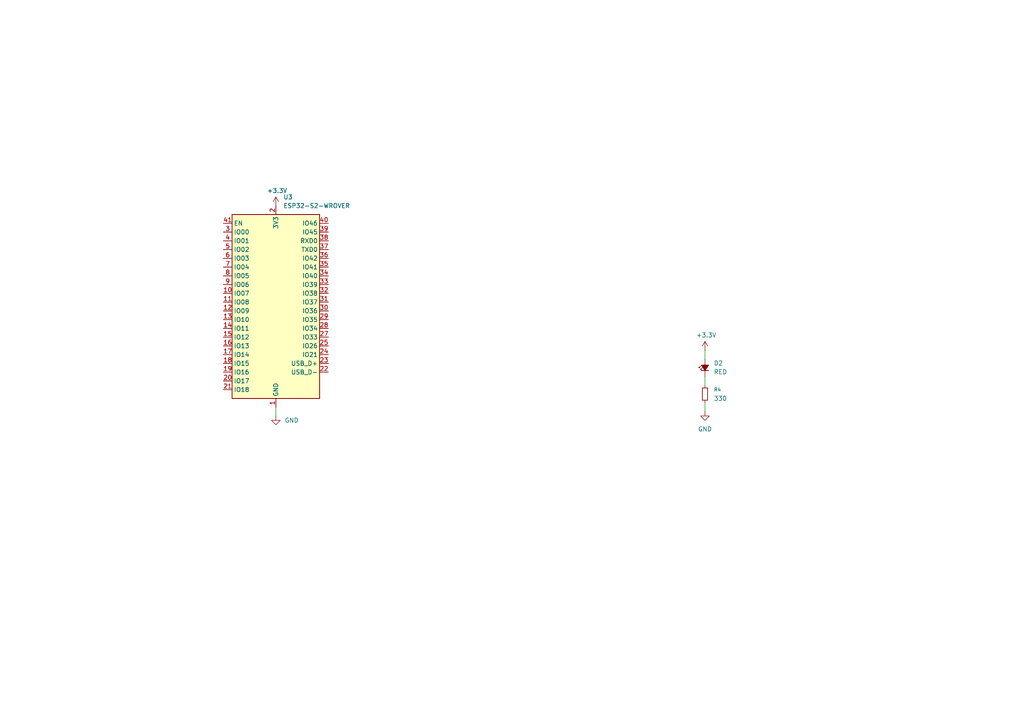
<source format=kicad_sch>
(kicad_sch (version 20250114) (generator "eeschema") (generator_version "9.0")
  (paper "A4")
  (lib_symbols
    (symbol "Device:LED_Small_Filled" (pin_numbers (hide yes)) (pin_names (offset 0.254) (hide yes))
      (property "Reference" "D" (at -1.27 3.175 0))
      (property "Value" "LED_Small_Filled" (at -4.445 -2.54 0))
      (symbol "LED_Small_Filled_0_1"
        (polyline (pts (xy -0.762 -1.016) (xy -0.762 1.016)) (stroke (width 0.254)))
        (polyline (pts (xy 0 0.762) (xy -0.508 1.27) (xy -0.254 1.27) (xy -0.508 1.27) (xy -0.508 1.016)))
        (polyline (pts (xy 0.508 1.27) (xy 0 1.778) (xy 0.254 1.778) (xy 0 1.778) (xy 0 1.524)))
        (polyline (pts (xy 0.762 -1.016) (xy -0.762 0) (xy 0.762 1.016) (xy 0.762 -1.016)) (stroke (width 0.254)) (fill (type outline)))
        (polyline (pts (xy 1.016 0) (xy -0.762 0)))
      )
      (symbol "LED_Small_Filled_1_1"
        (pin passive line (at -2.54 0 0) (length 1.778) (name "K") (number "1"))
        (pin passive line (at 2.54 0 180) (length 1.778) (name "A") (number "2"))
      )
    )
    (symbol "Device:R_Small" (pin_numbers (hide yes)) (pin_names (offset 0.254) (hide yes))
      (property "Reference" "R" (at 0 0 90))
      (property "Value" "R_Small" (at 1.778 0 90))
      (symbol "R_Small_0_1"
        (rectangle (start -0.762 1.778) (end 0.762 -1.778) (stroke (width 0.2032)))
      )
      (symbol "R_Small_1_1"
        (pin passive line (at 0 2.54 270) (length 0.762) (name "~") (number "1"))
        (pin passive line (at 0 -2.54 90) (length 0.762) (name "~") (number "2"))
      )
    )
    (symbol "RF_Module:ESP32-S2-WROVER"
      (property "Reference" "U" (at -12.7 29.21 0))
      (property "Value" "ESP32-S2-WROVER" (at 2.54 29.21 0))
      (symbol "ESP32-S2-WROVER_0_1"
        (rectangle (start -12.7 27.94) (end 12.7 -25.4) (stroke (width 0.254)) (fill (type background)))
      )
      (symbol "ESP32-S2-WROVER_1_1"
        (pin input line (at -15.24 25.4 0) (length 2.54) (name "EN") (number "41"))
        (pin bidirectional line (at -15.24 22.86 0) (length 2.54) (name "IO00") (number "3"))
        (pin bidirectional line (at -15.24 20.32 0) (length 2.54) (name "IO01") (number "4"))
        (pin bidirectional line (at -15.24 17.78 0) (length 2.54) (name "IO02") (number "5"))
        (pin bidirectional line (at -15.24 15.24 0) (length 2.54) (name "IO03") (number "6"))
        (pin bidirectional line (at -15.24 12.7 0) (length 2.54) (name "IO04") (number "7"))
        (pin bidirectional line (at -15.24 10.16 0) (length 2.54) (name "IO05") (number "8"))
        (pin bidirectional line (at -15.24 7.62 0) (length 2.54) (name "IO06") (number "9"))
        (pin bidirectional line (at -15.24 5.08 0) (length 2.54) (name "IO07") (number "10"))
        (pin bidirectional line (at -15.24 2.54 0) (length 2.54) (name "IO08") (number "11"))
        (pin bidirectional line (at -15.24 0 0) (length 2.54) (name "IO09") (number "12"))
        (pin bidirectional line (at -15.24 -2.54 0) (length 2.54) (name "IO10") (number "13"))
        (pin bidirectional line (at -15.24 -5.08 0) (length 2.54) (name "IO11") (number "14"))
        (pin bidirectional line (at -15.24 -7.62 0) (length 2.54) (name "IO12") (number "15"))
        (pin bidirectional line (at -15.24 -10.16 0) (length 2.54) (name "IO13") (number "16"))
        (pin bidirectional line (at -15.24 -12.7 0) (length 2.54) (name "IO14") (number "17"))
        (pin bidirectional line (at -15.24 -15.24 0) (length 2.54) (name "IO15") (number "18"))
        (pin bidirectional line (at -15.24 -17.78 0) (length 2.54) (name "IO16") (number "19"))
        (pin bidirectional line (at -15.24 -20.32 0) (length 2.54) (name "IO17") (number "20"))
        (pin bidirectional line (at -15.24 -22.86 0) (length 2.54) (name "IO18") (number "21"))
        (pin power_in line (at 0 30.48 270) (length 2.54) (name "3V3") (number "2"))
        (pin power_in line (at 0 -27.94 90) (length 2.54) (name "GND") (number "1"))
        (pin passive line (at 0 -27.94 90) (length 2.54) (hide yes) (name "GND") (number "26"))
        (pin passive line (at 0 -27.94 90) (length 2.54) (hide yes) (name "GND") (number "42"))
        (pin passive line (at 0 -27.94 90) (length 2.54) (hide yes) (name "GND") (number "43"))
        (pin input line (at 15.24 25.4 180) (length 2.54) (name "IO46") (number "40"))
        (pin bidirectional line (at 15.24 22.86 180) (length 2.54) (name "IO45") (number "39"))
        (pin bidirectional line (at 15.24 20.32 180) (length 2.54) (name "RXD0") (number "38"))
        (pin bidirectional line (at 15.24 17.78 180) (length 2.54) (name "TXD0") (number "37"))
        (pin bidirectional line (at 15.24 15.24 180) (length 2.54) (name "IO42") (number "36"))
        (pin bidirectional line (at 15.24 12.7 180) (length 2.54) (name "IO41") (number "35"))
        (pin bidirectional line (at 15.24 10.16 180) (length 2.54) (name "IO40") (number "34"))
        (pin bidirectional line (at 15.24 7.62 180) (length 2.54) (name "IO39") (number "33"))
        (pin bidirectional line (at 15.24 5.08 180) (length 2.54) (name "IO38") (number "32"))
        (pin bidirectional line (at 15.24 2.54 180) (length 2.54) (name "IO37") (number "31"))
        (pin bidirectional line (at 15.24 0 180) (length 2.54) (name "IO36") (number "30"))
        (pin bidirectional line (at 15.24 -2.54 180) (length 2.54) (name "IO35") (number "29"))
        (pin bidirectional line (at 15.24 -5.08 180) (length 2.54) (name "IO34") (number "28"))
        (pin bidirectional line (at 15.24 -7.62 180) (length 2.54) (name "IO33") (number "27"))
        (pin bidirectional line (at 15.24 -10.16 180) (length 2.54) (name "IO26") (number "25"))
        (pin bidirectional line (at 15.24 -12.7 180) (length 2.54) (name "IO21") (number "24"))
        (pin bidirectional line (at 15.24 -15.24 180) (length 2.54) (name "USB_D+") (number "23"))
        (pin bidirectional line (at 15.24 -17.78 180) (length 2.54) (name "USB_D-") (number "22"))
      )
    )
    (symbol "power:+3.3V" (power) (pin_numbers (hide yes)) (pin_names (offset 0) (hide yes))
      (property "Value" "+3.3V" (at 0 3.556 0))
      (symbol "+3.3V_0_1"
        (polyline (pts (xy -0.762 1.27) (xy 0 2.54)))
        (polyline (pts (xy 0 2.54) (xy 0.762 1.27)))
        (polyline (pts (xy 0 0) (xy 0 2.54)))
      )
      (symbol "+3.3V_1_1"
        (pin power_in line (at 0 0 90) (length 0) (name "~") (number "1"))
      )
    )
    (symbol "power:GND" (power) (pin_numbers (hide yes)) (pin_names (offset 0) (hide yes))
      (property "Value" "GND" (at 0 -3.81 0))
      (symbol "GND_0_1"
        (polyline (pts (xy 0 0) (xy 0 -1.27) (xy 1.27 -1.27) (xy 0 -2.54) (xy -1.27 -1.27) (xy 0 -1.27)))
      )
      (symbol "GND_1_1"
        (pin power_in line (at 0 0 270) (length 0) (name "~") (number "1"))
      )
    )
  )
  (wire (pts (xy 204.47 109.22) (xy 204.47 111.76)))
  (wire (pts (xy 204.47 101.6) (xy 204.47 104.14)))
  (wire (pts (xy 204.47 116.84) (xy 204.47 119.38)))
  (wire (pts (xy 80.01 118.11) (xy 80.01 120.65)))
  (symbol (lib_id "power:+3.3V") (at 80.01 59.69 0) (unit 1)
    (property "Reference" "#PWR011" (effects (hide yes)))
    (property "Value" "+3.3V" (at 80.391 55.2958 0))
  )
  (symbol (lib_id "power:GND") (at 80.01 120.65 0) (unit 1)
    (property "Reference" "#PWR019" (effects (hide yes)))
    (property "Value" "GND" (at 82.55 121.9199 0) (effects (justify left)))
    (property "Description" "Power symbol creates a global label with name \"GND\" , ground" (effects (hide yes)))
  )
  (symbol (lib_id "power:+3.3V") (at 204.47 101.6 0) (unit 1)
    (property "Reference" "#PWR012" (effects (hide yes)))
    (property "Value" "+3.3V" (at 204.851 97.2058 0))
  )
  (symbol (lib_id "RF_Module:ESP32-S2-WROVER") (at 80.01 90.17 0) (unit 1)
    (property "Reference" "U3" (at 82.1533 57.15 0) (effects (justify left)))
    (property "Value" "ESP32-S2-WROVER" (at 82.1533 59.69 0) (effects (justify left)))
    (property "Footprint" "RF_Module:ESP32-S2-WROVER" (effects (hide yes)))
    (property "Datasheet" "https://www.espressif.com/sites/default/files/documentation/esp32-s2-wroom_esp32-s2-wroom-i_datasheet_en.pdf" (effects (hide yes)))
    (property "Description" "RF Module, ESP32-D0WDQ6 SoC, Wi-Fi 802.11b/g/n, 32-bit, 2.7-3.6V, onboard antenna, SMD" (effects (hide yes)))
  )
  (symbol (lib_id "Device:R_Small") (at 204.47 114.3 0) (unit 1)
    (property "Reference" "R4" (at 207.01 113.0299 0) (effects (font (size 1.016 1.016)) (justify left)))
    (property "Value" "330" (at 207.01 115.5699 0) (effects (justify left)))
    (property "Footprint" "Resistor_SMD:R_0805_2012Metric_Pad1.20x1.40mm_HandSolder" (effects (hide yes)))
    (property "Description" "Resistor, small symbol" (effects (hide yes)))
  )
  (symbol (lib_id "Device:LED_Small_Filled") (at 204.47 106.68 90) (unit 1)
    (property "Reference" "D2" (at 207.01 105.3464 90) (effects (justify right)))
    (property "Value" "RED" (at 207.01 107.8864 90) (effects (justify right)))
    (property "Footprint" "LED_SMD:LED_0805_2012Metric_Pad1.15x1.40mm_HandSolder" (effects (hide yes)))
    (property "Description" "Light emitting diode, small symbol, filled shape" (effects (hide yes)))
    (property "Sim.Pins" "1=K 2=A" (effects (hide yes)))
  )
  (symbol (lib_id "power:GND") (at 204.47 119.38 0) (unit 1)
    (property "Reference" "#PWR021" (effects (hide yes)))
    (property "Value" "GND" (at 204.47 124.46 0))
    (property "Description" "Power symbol creates a global label with name \"GND\" , ground" (effects (hide yes)))
  )
)
</source>
